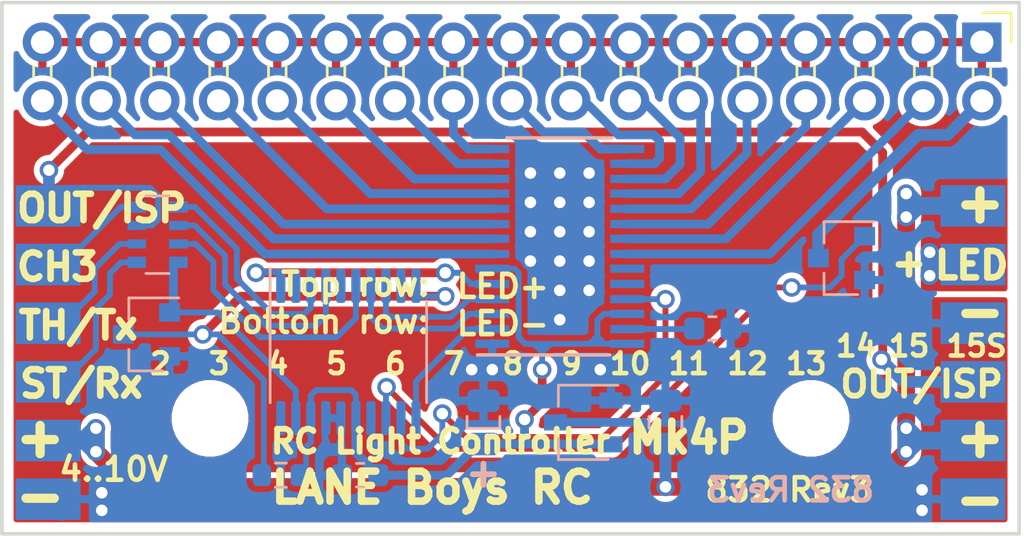
<source format=kicad_pcb>
(kicad_pcb (version 20171130) (host pcbnew 5.1.10-88a1d61d58~88~ubuntu18.04.1)
  (layers (0 Top signal) (31 Bottom signal) (34 B.Paste user) (35 F.Paste user hide) (36 B.SilkS user) (37 F.SilkS user) (38 B.Mask user hide) (39 F.Mask user hide) (44 Edge.Cuts user))
  (net 0 "")
  (net 1 +3V3)
  (net 2 GND)
  (net 3 /VIN)
  (net 4 /CH3)
  (net 5 /OUT0)
  (net 6 /OUT1)
  (net 7 /OUT2)
  (net 8 /OUT3)
  (net 9 /OUT4)
  (net 10 /OUT5)
  (net 11 /OUT6)
  (net 12 /OUT7)
  (net 13 /OUT8)
  (net 14 /LED+)
  (net 15 /OUT-ISP)
  (net 16 /ST-RX)
  (net 17 /TH-TX)
  (net 18 /ST-Rx-in)
  (net 19 /TH-Tx-in)
  (net 20 /CH3-in)
  (net 21 /OUT-ISP-out)
  (net 22 /BLANK)
  (net 23 /XLAT)
  (net 24 /SCLK)
  (net 25 /SIN)
  (net 26 /OUT9)
  (net 27 /OUT10)
  (net 28 /OUT11)
  (net 29 /OUT12)
  (net 30 /OUT13)
  (net 31 /OUT14)
  (net 32 /OUT15)
  (net 33 /GSCLK)
  (net 34 /OUT15S)
  (net 35 "Net-(R1-Pad1)")
  (net 36 /OUT15S_OUT)
  (net 37 "Net-(R2-Pad2)")
  (module Package_TO_SOT_SMD:SOT-23 (layer Bottom) (at 141.2484 105.364 180)
    (fp_text reference T1 hide)
    (fp_text value 2N7002K)
    (fp_line (start 0.76 -1.58) (end 0.76 -0.65) (layer B.SilkS) (width 0.12))
    (fp_line (start 0.76 1.58) (end 0.76 0.65) (layer B.SilkS) (width 0.12))
    (fp_line (start 0.76 1.58) (end -1.4 1.58) (layer B.SilkS) (width 0.12))
    (fp_line (start 0.76 -1.58) (end -0.7 -1.58) (layer B.SilkS) (width 0.12))
    (pad 3 smd rect (at 1 0 180) (size 0.9 0.8) (layers Bottom B.Paste B.Mask) (net 37 "Net-(R2-Pad2)"))
    (pad 2 smd rect (at -1 -0.95 180) (size 0.9 0.8) (layers Bottom B.Paste B.Mask) (net 2 GND))
    (pad 1 smd rect (at -1 0.95 180) (size 0.9 0.8) (layers Bottom B.Paste B.Mask) (net 16 /ST-RX))
  )
  (module Resistor_SMD:R_Array_Convex_4x0603 (layer Bottom) (at 141.731 101.046)
    (fp_text reference RN1 hide)
    (fp_text value "1k x4")
    (fp_line (start 0.5 1.68) (end -0.5 1.68) (layer B.SilkS) (width 0.12))
    (fp_line (start 0.5 -1.68) (end -0.5 -1.68) (layer B.SilkS) (width 0.12))
    (pad 5 smd rect (at 0.9 -1.2) (size 0.8 0.5) (layers Bottom B.Paste B.Mask) (net 4 /CH3))
    (pad 6 smd rect (at 0.9 -0.4) (size 0.8 0.4) (layers Bottom B.Paste B.Mask) (net 15 /OUT-ISP))
    (pad 8 smd rect (at 0.9 1.2) (size 0.8 0.5) (layers Bottom B.Paste B.Mask) (net 16 /ST-RX))
    (pad 7 smd rect (at 0.9 0.4) (size 0.8 0.4) (layers Bottom B.Paste B.Mask) (net 17 /TH-TX))
    (pad 4 smd rect (at -0.9 -1.2) (size 0.8 0.5) (layers Bottom B.Paste B.Mask) (net 20 /CH3-in))
    (pad 2 smd rect (at -0.9 0.4) (size 0.8 0.4) (layers Bottom B.Paste B.Mask) (net 19 /TH-Tx-in))
    (pad 3 smd rect (at -0.9 -0.4) (size 0.8 0.4) (layers Bottom B.Paste B.Mask) (net 21 /OUT-ISP-out))
    (pad 1 smd rect (at -0.9 1.2) (size 0.8 0.5) (layers Bottom B.Paste B.Mask) (net 18 /ST-Rx-in))
  )
  (module Resistor_SMD:R_0603_1608Metric (layer Bottom) (at 147.065 111.46 180)
    (fp_text reference R2 hide)
    (fp_text value 10k)
    (fp_line (start -0.237258 0.5225) (end 0.237258 0.5225) (layer B.SilkS) (width 0.12))
    (fp_line (start -0.237258 -0.5225) (end 0.237258 -0.5225) (layer B.SilkS) (width 0.12))
    (pad 2 smd roundrect (at 0.825 0 180) (size 0.8 0.95) (layers Bottom B.Paste B.Mask) (net 37 "Net-(R2-Pad2)"))
    (pad 1 smd roundrect (at -0.825 0 180) (size 0.8 0.95) (layers Bottom B.Paste B.Mask) (net 1 +3V3))
  )
  (module Package_SO:TSSOP-20_4.4x6.5mm_P0.65mm (layer Bottom) (at 149.986 106.126 270)
    (fp_text reference U1 hide)
    (fp_text value LPC832M101FDH20)
    (fp_line (start 0 3.385) (end -3.6 3.385) (layer B.SilkS) (width 0.12))
    (fp_line (start 0 3.385) (end 2.2 3.385) (layer B.SilkS) (width 0.12))
    (fp_line (start 0 -3.385) (end -2.2 -3.385) (layer B.SilkS) (width 0.12))
    (fp_line (start 0 -3.385) (end 2.2 -3.385) (layer B.SilkS) (width 0.12))
    (pad 20 smd roundrect (at 2.8625 2.925 270) (size 1.475 0.4) (layers Bottom B.Paste B.Mask))
    (pad 19 smd roundrect (at 2.8625 2.275 270) (size 1.475 0.4) (layers Bottom B.Paste B.Mask) (net 16 /ST-RX))
    (pad 18 smd roundrect (at 2.8625 1.625 270) (size 1.475 0.4) (layers Bottom B.Paste B.Mask) (net 1 +3V3))
    (pad 17 smd roundrect (at 2.8625 0.975 270) (size 1.475 0.4) (layers Bottom B.Paste B.Mask) (net 2 GND))
    (pad 16 smd roundrect (at 2.8625 0.325 270) (size 1.475 0.4) (layers Bottom B.Paste B.Mask) (net 2 GND))
    (pad 15 smd roundrect (at 2.8625 -0.325 270) (size 1.475 0.4) (layers Bottom B.Paste B.Mask) (net 1 +3V3))
    (pad 14 smd roundrect (at 2.8625 -0.975 270) (size 1.475 0.4) (layers Bottom B.Paste B.Mask))
    (pad 13 smd roundrect (at 2.8625 -1.625 270) (size 1.475 0.4) (layers Bottom B.Paste B.Mask) (net 34 /OUT15S))
    (pad 12 smd roundrect (at 2.8625 -2.275 270) (size 1.475 0.4) (layers Bottom B.Paste B.Mask) (net 33 /GSCLK))
    (pad 11 smd roundrect (at 2.8625 -2.925 270) (size 1.475 0.4) (layers Bottom B.Paste B.Mask) (net 22 /BLANK))
    (pad 10 smd roundrect (at -2.8625 -2.925 270) (size 1.475 0.4) (layers Bottom B.Paste B.Mask) (net 37 "Net-(R2-Pad2)"))
    (pad 9 smd roundrect (at -2.8625 -2.275 270) (size 1.475 0.4) (layers Bottom B.Paste B.Mask))
    (pad 8 smd roundrect (at -2.8625 -1.625 270) (size 1.475 0.4) (layers Bottom B.Paste B.Mask) (net 24 /SCLK))
    (pad 7 smd roundrect (at -2.8625 -0.975 270) (size 1.475 0.4) (layers Bottom B.Paste B.Mask) (net 23 /XLAT))
    (pad 6 smd roundrect (at -2.8625 -0.325 270) (size 1.475 0.4) (layers Bottom B.Paste B.Mask) (net 17 /TH-TX))
    (pad 5 smd roundrect (at -2.8625 0.325 270) (size 1.475 0.4) (layers Bottom B.Paste B.Mask))
    (pad 4 smd roundrect (at -2.8625 0.975 270) (size 1.475 0.4) (layers Bottom B.Paste B.Mask) (net 15 /OUT-ISP))
    (pad 3 smd roundrect (at -2.8625 1.625 270) (size 1.475 0.4) (layers Bottom B.Paste B.Mask) (net 4 /CH3))
    (pad 2 smd roundrect (at -2.8625 2.275 270) (size 1.475 0.4) (layers Bottom B.Paste B.Mask))
    (pad 1 smd roundrect (at -2.8625 2.925 270) (size 1.475 0.4) (layers Bottom B.Paste B.Mask) (net 25 /SIN))
  )
  (module rc-light-controller-tlc5940-lpc812:SOP65P640X120-29N (layer Bottom) (at 159.13 101.554)
    (fp_text reference U2 hide)
    (fp_text value TLC5940PWP)
    (fp_line (start -2.286 -4.699) (end 2.2606 -4.699) (layer B.SilkS) (width 0.1524))
    (fp_line (start 2.159 4.699) (end -3.556 4.699) (layer B.SilkS) (width 0.1524))
    (pad 1 smd rect (at -2.921 4.2164) (size 1.4732 0.3556) (layers Bottom B.Paste B.Mask) (net 2 GND))
    (pad 2 smd rect (at -2.921 3.5814) (size 1.4732 0.3556) (layers Bottom B.Paste B.Mask) (net 22 /BLANK))
    (pad 3 smd rect (at -2.921 2.921) (size 1.4732 0.3556) (layers Bottom B.Paste B.Mask) (net 23 /XLAT))
    (pad 4 smd rect (at -2.921 2.286) (size 1.4732 0.3556) (layers Bottom B.Paste B.Mask) (net 24 /SCLK))
    (pad 5 smd rect (at -2.921 1.6256) (size 1.4732 0.3556) (layers Bottom B.Paste B.Mask) (net 25 /SIN))
    (pad 6 smd rect (at -2.921 0.9652) (size 1.4732 0.3556) (layers Bottom B.Paste B.Mask) (net 1 +3V3))
    (pad 7 smd rect (at -2.921 0.3302) (size 1.4732 0.3556) (layers Bottom B.Paste B.Mask) (net 5 /OUT0))
    (pad 8 smd rect (at -2.921 -0.3302) (size 1.4732 0.3556) (layers Bottom B.Paste B.Mask) (net 6 /OUT1))
    (pad 9 smd rect (at -2.921 -0.9652) (size 1.4732 0.3556) (layers Bottom B.Paste B.Mask) (net 7 /OUT2))
    (pad 10 smd rect (at -2.921 -1.6256) (size 1.4732 0.3556) (layers Bottom B.Paste B.Mask) (net 8 /OUT3))
    (pad 11 smd rect (at -2.921 -2.286) (size 1.4732 0.3556) (layers Bottom B.Paste B.Mask) (net 9 /OUT4))
    (pad 12 smd rect (at -2.921 -2.921) (size 1.4732 0.3556) (layers Bottom B.Paste B.Mask) (net 10 /OUT5))
    (pad 13 smd rect (at -2.921 -3.5814) (size 1.4732 0.3556) (layers Bottom B.Paste B.Mask) (net 11 /OUT6))
    (pad 14 smd rect (at -2.921 -4.2164) (size 1.4732 0.3556) (layers Bottom B.Paste B.Mask) (net 12 /OUT7))
    (pad 15 smd rect (at 2.921 -4.2164) (size 1.4732 0.3556) (layers Bottom B.Paste B.Mask) (net 13 /OUT8))
    (pad 16 smd rect (at 2.921 -3.5814) (size 1.4732 0.3556) (layers Bottom B.Paste B.Mask) (net 26 /OUT9))
    (pad 17 smd rect (at 2.921 -2.921) (size 1.4732 0.3556) (layers Bottom B.Paste B.Mask) (net 27 /OUT10))
    (pad 18 smd rect (at 2.921 -2.286) (size 1.4732 0.3556) (layers Bottom B.Paste B.Mask) (net 28 /OUT11))
    (pad 19 smd rect (at 2.921 -1.6256) (size 1.4732 0.3556) (layers Bottom B.Paste B.Mask) (net 29 /OUT12))
    (pad 20 smd rect (at 2.921 -0.9652) (size 1.4732 0.3556) (layers Bottom B.Paste B.Mask) (net 30 /OUT13))
    (pad 21 smd rect (at 2.921 -0.3302) (size 1.4732 0.3556) (layers Bottom B.Paste B.Mask) (net 31 /OUT14))
    (pad 22 smd rect (at 2.921 0.3302) (size 1.4732 0.3556) (layers Bottom B.Paste B.Mask) (net 32 /OUT15))
    (pad 23 smd rect (at 2.921 0.9652) (size 1.4732 0.3556) (layers Bottom B.Paste B.Mask))
    (pad 24 smd rect (at 2.921 1.6256) (size 1.4732 0.3556) (layers Bottom B.Paste B.Mask))
    (pad 25 smd rect (at 2.921 2.286) (size 1.4732 0.3556) (layers Bottom B.Paste B.Mask) (net 33 /GSCLK))
    (pad 26 smd rect (at 2.921 2.921) (size 1.4732 0.3556) (layers Bottom B.Paste B.Mask) (net 1 +3V3))
    (pad 27 smd rect (at 2.921 3.5814) (size 1.4732 0.3556) (layers Bottom B.Paste B.Mask) (net 35 "Net-(R1-Pad1)"))
    (pad 28 smd rect (at 2.921 4.2164) (size 1.4732 0.3556) (layers Bottom B.Paste B.Mask) (net 1 +3V3))
    (pad 29 smd rect (at 0 0) (size 2.3876 6.1722) (layers Bottom B.Mask) (net 2 GND))
  )
  (module Package_TO_SOT_SMD:SOT-23W (layer Bottom) (at 160.146 109.174 180)
    (fp_text reference U3 hide)
    (fp_text value MCP1703A-3302_SOT23)
    (fp_line (start -1.075 -1.61) (end 1.075 -1.61) (layer B.SilkS) (width 0.12))
    (fp_line (start -1.5 1.61) (end 1.075 1.61) (layer B.SilkS) (width 0.12))
    (fp_line (start 1.075 -0.7) (end 1.075 -1.61) (layer B.SilkS) (width 0.12))
    (fp_line (start 1.075 1.61) (end 1.075 0.7) (layer B.SilkS) (width 0.12))
    (pad 3 smd rect (at 1.2 0 180) (size 1 0.7) (layers Bottom B.Paste B.Mask) (net 3 /VIN))
    (pad 2 smd rect (at -1.2 -0.95 180) (size 1 0.7) (layers Bottom B.Paste B.Mask) (net 1 +3V3))
    (pad 1 smd rect (at -1.2 0.95 180) (size 1 0.7) (layers Bottom B.Paste B.Mask) (net 2 GND))
  )
  (module Resistor_SMD:R_0603_1608Metric (layer Bottom) (at 165.734 105.11)
    (fp_text reference R1 hide)
    (fp_text value "2k 1%")
    (fp_line (start -0.162779 -0.51) (end 0.162779 -0.51) (layer B.SilkS) (width 0.12))
    (fp_line (start -0.162779 0.51) (end 0.162779 0.51) (layer B.SilkS) (width 0.12))
    (pad 2 smd roundrect (at 0.7875 0) (size 0.875 0.95) (layers Bottom B.Paste B.Mask) (net 2 GND))
    (pad 1 smd roundrect (at -0.7875 0) (size 0.875 0.95) (layers Bottom B.Paste B.Mask) (net 35 "Net-(R1-Pad1)"))
  )
  (module Capacitor_SMD:C_0603_1608Metric (layer Bottom) (at 150.494 111.46 180)
    (fp_text reference C3 hide)
    (fp_text value 100n)
    (fp_line (start -0.162779 0.51) (end 0.162779 0.51) (layer B.SilkS) (width 0.12))
    (fp_line (start -0.162779 -0.51) (end 0.162779 -0.51) (layer B.SilkS) (width 0.12))
    (pad 2 smd roundrect (at 0.7875 0 180) (size 0.875 0.95) (layers Bottom B.Paste B.Mask) (net 2 GND))
    (pad 1 smd roundrect (at -0.7875 0 180) (size 0.875 0.95) (layers Bottom B.Paste B.Mask) (net 1 +3V3))
  )
  (module Connector_PinHeader_2.54mm:PinHeader_2x17_P2.54mm_Horizontal (layer Top) (at 177.39 92.71 270)
    (fp_text reference J1 hide)
    (fp_text value "Pinheader right-angle 2x17" hide)
    (fp_line (start 1.11 -0.38) (end 1.497071 -0.38) (layer F.SilkS) (width 0.12))
    (fp_line (start 1.11 0.38) (end 1.497071 0.38) (layer F.SilkS) (width 0.12))
    (fp_line (start 1.042929 2.16) (end 1.497071 2.16) (layer F.SilkS) (width 0.12))
    (fp_line (start 1.042929 2.92) (end 1.497071 2.92) (layer F.SilkS) (width 0.12))
    (fp_line (start 1.042929 4.7) (end 1.497071 4.7) (layer F.SilkS) (width 0.12))
    (fp_line (start 1.042929 5.46) (end 1.497071 5.46) (layer F.SilkS) (width 0.12))
    (fp_line (start 1.042929 7.24) (end 1.497071 7.24) (layer F.SilkS) (width 0.12))
    (fp_line (start 1.042929 8) (end 1.497071 8) (layer F.SilkS) (width 0.12))
    (fp_line (start 1.042929 9.78) (end 1.497071 9.78) (layer F.SilkS) (width 0.12))
    (fp_line (start 1.042929 10.54) (end 1.497071 10.54) (layer F.SilkS) (width 0.12))
    (fp_line (start 1.042929 12.32) (end 1.497071 12.32) (layer F.SilkS) (width 0.12))
    (fp_line (start 1.042929 13.08) (end 1.497071 13.08) (layer F.SilkS) (width 0.12))
    (fp_line (start 1.042929 14.86) (end 1.497071 14.86) (layer F.SilkS) (width 0.12))
    (fp_line (start 1.042929 15.62) (end 1.497071 15.62) (layer F.SilkS) (width 0.12))
    (fp_line (start 1.042929 17.4) (end 1.497071 17.4) (layer F.SilkS) (width 0.12))
    (fp_line (start 1.042929 18.16) (end 1.497071 18.16) (layer F.SilkS) (width 0.12))
    (fp_line (start 1.042929 19.94) (end 1.497071 19.94) (layer F.SilkS) (width 0.12))
    (fp_line (start 1.042929 20.7) (end 1.497071 20.7) (layer F.SilkS) (width 0.12))
    (fp_line (start 1.042929 22.48) (end 1.497071 22.48) (layer F.SilkS) (width 0.12))
    (fp_line (start 1.042929 23.24) (end 1.497071 23.24) (layer F.SilkS) (width 0.12))
    (fp_line (start 1.042929 25.02) (end 1.497071 25.02) (layer F.SilkS) (width 0.12))
    (fp_line (start 1.042929 25.78) (end 1.497071 25.78) (layer F.SilkS) (width 0.12))
    (fp_line (start 1.042929 27.56) (end 1.497071 27.56) (layer F.SilkS) (width 0.12))
    (fp_line (start 1.042929 28.32) (end 1.497071 28.32) (layer F.SilkS) (width 0.12))
    (fp_line (start 1.042929 30.1) (end 1.497071 30.1) (layer F.SilkS) (width 0.12))
    (fp_line (start 1.042929 30.86) (end 1.497071 30.86) (layer F.SilkS) (width 0.12))
    (fp_line (start 1.042929 32.64) (end 1.497071 32.64) (layer F.SilkS) (width 0.12))
    (fp_line (start 1.042929 33.4) (end 1.497071 33.4) (layer F.SilkS) (width 0.12))
    (fp_line (start 1.042929 35.18) (end 1.497071 35.18) (layer F.SilkS) (width 0.12))
    (fp_line (start 1.042929 35.94) (end 1.497071 35.94) (layer F.SilkS) (width 0.12))
    (fp_line (start 1.042929 37.72) (end 1.497071 37.72) (layer F.SilkS) (width 0.12))
    (fp_line (start 1.042929 38.48) (end 1.497071 38.48) (layer F.SilkS) (width 0.12))
    (fp_line (start 1.042929 40.26) (end 1.497071 40.26) (layer F.SilkS) (width 0.12))
    (fp_line (start 1.042929 41.02) (end 1.497071 41.02) (layer F.SilkS) (width 0.12))
    (fp_line (start -1.27 0) (end -1.27 -1.27) (layer F.SilkS) (width 0.12))
    (fp_line (start -1.27 -1.27) (end 0 -1.27) (layer F.SilkS) (width 0.12))
    (pad 34 thru_hole oval (at 2.54 40.64 270) (size 1.7 1.7) (drill 1) (layers *.Cu *.Mask) (net 5 /OUT0))
    (pad 33 thru_hole oval (at 0 40.64 270) (size 1.7 1.7) (drill 1) (layers *.Cu *.Mask) (net 14 /LED+))
    (pad 32 thru_hole oval (at 2.54 38.1 270) (size 1.7 1.7) (drill 1) (layers *.Cu *.Mask) (net 6 /OUT1))
    (pad 31 thru_hole oval (at 0 38.1 270) (size 1.7 1.7) (drill 1) (layers *.Cu *.Mask) (net 14 /LED+))
    (pad 30 thru_hole oval (at 2.54 35.56 270) (size 1.7 1.7) (drill 1) (layers *.Cu *.Mask) (net 7 /OUT2))
    (pad 29 thru_hole oval (at 0 35.56 270) (size 1.7 1.7) (drill 1) (layers *.Cu *.Mask) (net 14 /LED+))
    (pad 28 thru_hole oval (at 2.54 33.02 270) (size 1.7 1.7) (drill 1) (layers *.Cu *.Mask) (net 8 /OUT3))
    (pad 27 thru_hole oval (at 0 33.02 270) (size 1.7 1.7) (drill 1) (layers *.Cu *.Mask) (net 14 /LED+))
    (pad 26 thru_hole oval (at 2.54 30.48 270) (size 1.7 1.7) (drill 1) (layers *.Cu *.Mask) (net 9 /OUT4))
    (pad 25 thru_hole oval (at 0 30.48 270) (size 1.7 1.7) (drill 1) (layers *.Cu *.Mask) (net 14 /LED+))
    (pad 24 thru_hole oval (at 2.54 27.94 270) (size 1.7 1.7) (drill 1) (layers *.Cu *.Mask) (net 10 /OUT5))
    (pad 23 thru_hole oval (at 0 27.94 270) (size 1.7 1.7) (drill 1) (layers *.Cu *.Mask) (net 14 /LED+))
    (pad 22 thru_hole oval (at 2.54 25.4 270) (size 1.7 1.7) (drill 1) (layers *.Cu *.Mask) (net 11 /OUT6))
    (pad 21 thru_hole oval (at 0 25.4 270) (size 1.7 1.7) (drill 1) (layers *.Cu *.Mask) (net 14 /LED+))
    (pad 20 thru_hole oval (at 2.54 22.86 270) (size 1.7 1.7) (drill 1) (layers *.Cu *.Mask) (net 12 /OUT7))
    (pad 19 thru_hole oval (at 0 22.86 270) (size 1.7 1.7) (drill 1) (layers *.Cu *.Mask) (net 14 /LED+))
    (pad 18 thru_hole oval (at 2.54 20.32 270) (size 1.7 1.7) (drill 1) (layers *.Cu *.Mask) (net 13 /OUT8))
    (pad 17 thru_hole oval (at 0 20.32 270) (size 1.7 1.7) (drill 1) (layers *.Cu *.Mask) (net 14 /LED+))
    (pad 16 thru_hole oval (at 2.54 17.78 270) (size 1.7 1.7) (drill 1) (layers *.Cu *.Mask) (net 26 /OUT9))
    (pad 15 thru_hole oval (at 0 17.78 270) (size 1.7 1.7) (drill 1) (layers *.Cu *.Mask) (net 14 /LED+))
    (pad 14 thru_hole oval (at 2.54 15.24 270) (size 1.7 1.7) (drill 1) (layers *.Cu *.Mask) (net 27 /OUT10))
    (pad 13 thru_hole oval (at 0 15.24 270) (size 1.7 1.7) (drill 1) (layers *.Cu *.Mask) (net 14 /LED+))
    (pad 12 thru_hole oval (at 2.54 12.7 270) (size 1.7 1.7) (drill 1) (layers *.Cu *.Mask) (net 28 /OUT11))
    (pad 11 thru_hole oval (at 0 12.7 270) (size 1.7 1.7) (drill 1) (layers *.Cu *.Mask) (net 14 /LED+))
    (pad 10 thru_hole oval (at 2.54 10.16 270) (size 1.7 1.7) (drill 1) (layers *.Cu *.Mask) (net 29 /OUT12))
    (pad 9 thru_hole oval (at 0 10.16 270) (size 1.7 1.7) (drill 1) (layers *.Cu *.Mask) (net 14 /LED+))
    (pad 8 thru_hole oval (at 2.54 7.62 270) (size 1.7 1.7) (drill 1) (layers *.Cu *.Mask) (net 30 /OUT13))
    (pad 7 thru_hole oval (at 0 7.62 270) (size 1.7 1.7) (drill 1) (layers *.Cu *.Mask) (net 14 /LED+))
    (pad 6 thru_hole oval (at 2.54 5.08 270) (size 1.7 1.7) (drill 1) (layers *.Cu *.Mask) (net 31 /OUT14))
    (pad 5 thru_hole oval (at 0 5.08 270) (size 1.7 1.7) (drill 1) (layers *.Cu *.Mask) (net 14 /LED+))
    (pad 4 thru_hole oval (at 2.54 2.54 270) (size 1.7 1.7) (drill 1) (layers *.Cu *.Mask) (net 32 /OUT15))
    (pad 3 thru_hole oval (at 0 2.54 270) (size 1.7 1.7) (drill 1) (layers *.Cu *.Mask) (net 14 /LED+))
    (pad 2 thru_hole oval (at 2.54 0 270) (size 1.7 1.7) (drill 1) (layers *.Cu *.Mask) (net 36 /OUT15S_OUT))
    (pad 1 thru_hole rect (at 0 0 270) (size 1.7 1.7) (drill 1) (layers *.Cu *.Mask) (net 14 /LED+))
  )
  (module Package_TO_SOT_SMD:SOT-23 (layer Bottom) (at 171.322 102.062 180)
    (fp_text reference T9 hide)
    (fp_text value PMV30UN)
    (fp_line (start 0.76 -1.58) (end -0.7 -1.58) (layer B.SilkS) (width 0.12))
    (fp_line (start 0.76 1.58) (end -1.4 1.58) (layer B.SilkS) (width 0.12))
    (fp_line (start 0.76 1.58) (end 0.76 0.65) (layer B.SilkS) (width 0.12))
    (fp_line (start 0.76 -1.58) (end 0.76 -0.65) (layer B.SilkS) (width 0.12))
    (pad 3 smd rect (at 1 0 180) (size 0.9 0.8) (layers Bottom B.Paste B.Mask) (net 36 /OUT15S_OUT))
    (pad 2 smd rect (at -1 -0.95 180) (size 0.9 0.8) (layers Bottom B.Paste B.Mask) (net 2 GND))
    (pad 1 smd rect (at -1 0.95 180) (size 0.9 0.8) (layers Bottom B.Paste B.Mask) (net 34 /OUT15S))
  )
  (module MountingHole:MountingHole_2.2mm_M2_ISO14580 (layer Top) (at 170 109)
    (fp_text reference H2 hide)
    (fp_text value MountingHole hide)
    (pad "" np_thru_hole circle (at 0 0) (size 1.8 1.8) (drill 1.8) (layers *.Cu *.Mask) (clearance 0.762))
  )
  (module MountingHole:MountingHole_2.2mm_M2_ISO14580 (layer Top) (at 144 109)
    (fp_text reference H1 hide)
    (fp_text value MountingHole hide)
    (pad "" np_thru_hole circle (at 0 0) (size 1.8 1.8) (drill 1.8) (layers *.Cu *.Mask) (clearance 0.762))
  )
  (module rc-light-controller-tlc5940-lpc812:PinHeader_1x06_P2.54mm_Flat (layer Bottom) (at 177 112.5 90)
    (fp_text reference J3 hide)
    (fp_text value "Pinheader straight 1x06" hide)
    (pad 6 smd rect (at 12.7 0 90) (size 1.8 2.8) (layers Bottom B.Mask) (net 3 /VIN))
    (pad 5 smd rect (at 10.16 0 90) (size 1.8 2.8) (layers Bottom B.Mask) (net 14 /LED+))
    (pad 4 smd rect (at 7.62 0 90) (size 1.8 2.8) (layers Bottom B.Mask) (net 2 GND))
    (pad 3 smd rect (at 5.08 0 90) (size 1.8 2.8) (layers Bottom B.Mask) (net 21 /OUT-ISP-out))
    (pad 2 smd rect (at 2.54 0 90) (size 1.8 2.8) (layers Bottom B.Mask) (net 3 /VIN))
    (pad 1 smd rect (at 0 0 90) (size 1.8 2.8) (layers Bottom B.Mask) (net 2 GND))
  )
  (module rc-light-controller-tlc5940-lpc812:PinHeader_1x06_P2.54mm_Flat (layer Bottom) (at 137 112.5 90)
    (fp_text reference J2 hide)
    (fp_text value "Pinheader straight 1x06" hide)
    (pad 6 smd rect (at 12.7 0 90) (size 1.8 2.8) (layers Bottom B.Mask) (net 21 /OUT-ISP-out))
    (pad 5 smd rect (at 10.16 0 90) (size 1.8 2.8) (layers Bottom B.Mask) (net 20 /CH3-in))
    (pad 4 smd rect (at 7.62 0 90) (size 1.8 2.8) (layers Bottom B.Mask) (net 19 /TH-Tx-in))
    (pad 3 smd rect (at 5.08 0 90) (size 1.8 2.8) (layers Bottom B.Mask) (net 18 /ST-Rx-in))
    (pad 2 smd rect (at 2.54 0 90) (size 1.8 2.8) (layers Bottom B.Mask) (net 3 /VIN))
    (pad 1 smd rect (at 0 0 90) (size 1.8 2.8) (layers Bottom B.Mask) (net 2 GND))
  )
  (module Capacitor_SMD:C_0805_2012Metric (layer Bottom) (at 155.828 109.174 90)
    (fp_text reference C2 hide)
    (fp_text value 47u/6V3)
    (fp_line (start -0.254 0.7112) (end -0.254 -0.7112) (layer B.SilkS) (width 0.12))
    (fp_line (start -0.258578 -0.71) (end 0.258578 -0.71) (layer B.SilkS) (width 0.12))
    (fp_line (start -0.258578 0.71) (end 0.258578 0.71) (layer B.SilkS) (width 0.12))
    (pad 1 smd roundrect (at -0.9375 0 90) (size 0.975 1.4) (layers Bottom B.Paste B.Mask) (net 1 +3V3))
    (pad 2 smd roundrect (at 0.9375 0 90) (size 0.975 1.4) (layers Bottom B.Paste B.Mask) (net 2 GND))
  )
  (module Capacitor_SMD:C_0805_2012Metric (layer Bottom) (at 163.702 109.174 90)
    (fp_text reference C1 hide)
    (fp_text value 1u/16V)
    (fp_line (start -0.258578 -0.71) (end 0.258578 -0.71) (layer B.SilkS) (width 0.12))
    (fp_line (start -0.258578 0.71) (end 0.258578 0.71) (layer B.SilkS) (width 0.12))
    (pad 1 smd roundrect (at -0.9375 0 90) (size 0.975 1.4) (layers Bottom B.Paste B.Mask) (net 3 /VIN))
    (pad 2 smd roundrect (at 0.9375 0 90) (size 0.975 1.4) (layers Bottom B.Paste B.Mask) (net 2 GND))
  )
  (gr_text "832 Rev3" (at 169.036 112.095) (layer F.SilkS) (effects (font (size 1 1) (thickness 0.2))))
  (gr_text Mk4P (at 164.718 109.8344) (layer F.SilkS) (effects (font (size 1.3 1.3) (thickness 0.325))))
  (gr_text 7 (at 154.558 106.634) (layer F.SilkS) (effects (font (size 0.9 0.9) (thickness 0.2))))
  (gr_text 4..10V (at 139.826 111.206) (layer F.SilkS) (effects (font (size 1 1) (thickness 0.2))))
  (gr_text + (at 175.132 102.2525) (layer F.SilkS) (effects (font (size 1.143 1.143) (thickness 0.28575)) (justify right)))
  (gr_text 8 (at 157.098 106.634) (layer F.SilkS) (effects (font (size 0.9 0.9) (thickness 0.2))))
  (gr_text 15S (at 177.164 105.872) (layer F.SilkS) (effects (font (size 0.9 0.9) (thickness 0.2))))
  (gr_text 15 (at 174.243 105.872) (layer F.SilkS) (effects (font (size 0.9 0.9) (thickness 0.2))))
  (gr_text 14 (at 171.957 105.872) (layer F.SilkS) (effects (font (size 0.9 0.9) (thickness 0.2))))
  (gr_text 13 (at 169.798 106.634) (layer F.SilkS) (effects (font (size 0.9 0.9) (thickness 0.2))))
  (gr_text 12 (at 167.258 106.634) (layer F.SilkS) (effects (font (size 0.9 0.9) (thickness 0.2))))
  (gr_text 11 (at 164.718 106.634) (layer F.SilkS) (effects (font (size 0.9 0.9) (thickness 0.2))))
  (gr_text 10 (at 162.178 106.634) (layer F.SilkS) (effects (font (size 0.9 0.9) (thickness 0.2))))
  (gr_text 9 (at 159.638 106.634) (layer F.SilkS) (effects (font (size 0.9 0.9) (thickness 0.2))))
  (gr_text "Top row:\nBottom row:" (at 153.6055 104) (layer F.SilkS) (effects (font (size 1 1) (thickness 0.2)) (justify right)))
  (gr_text + (at 155.828 111.333) (layer B.SilkS) (effects (font (size 1.2 1.2) (thickness 0.25)) (justify mirror)))
  (gr_text "LED+\nLED-" (at 154.558 104.094) (layer F.SilkS) (effects (font (size 1 1) (thickness 0.2)) (justify left)))
  (gr_text OUT/ISP (at 178.434 107.523) (layer F.SilkS) (effects (font (size 1.1 1.1) (thickness 0.25)) (justify right)))
  (gr_text LED (at 178.688 102.3795) (layer F.SilkS) (effects (font (size 1.143 1.143) (thickness 0.28575)) (justify right)))
  (gr_text + (at 136.651 109.809) (layer F.SilkS) (effects (font (size 1.6 1.6) (thickness 0.4))))
  (gr_text - (at 136.651 112.349) (layer F.SilkS) (effects (font (size 1.6 1.6) (thickness 0.4))))
  (gr_text - (at 178.561 104.348) (layer F.SilkS) (effects (font (size 1.6 1.6) (thickness 0.4)) (justify right)))
  (gr_text + (at 178.561 109.809) (layer F.SilkS) (effects (font (size 1.6 1.6) (thickness 0.4)) (justify right)))
  (gr_text "832 Rev3" (at 172.846 112.095) (layer B.SilkS) (effects (font (size 1 1) (thickness 0.2)) (justify left mirror)))
  (gr_text "RC Light Controller" (at 146.5 110) (layer F.SilkS) (effects (font (size 1 1) (thickness 0.25)) (justify left)))
  (gr_text "LANE Boys RC" (at 146.5 112) (layer F.SilkS) (effects (font (size 1.3 1.3) (thickness 0.325)) (justify left)))
  (gr_text 4 (at 146.938 106.634) (layer F.SilkS) (effects (font (size 0.9 0.9) (thickness 0.2))))
  (gr_text 5 (at 149.478 106.634) (layer F.SilkS) (effects (font (size 0.9 0.9) (thickness 0.2))))
  (gr_text 3 (at 144.398 106.634) (layer F.SilkS) (effects (font (size 0.9 0.9) (thickness 0.2))))
  (gr_text 2 (at 141.858 106.634) (layer F.SilkS) (effects (font (size 0.9 0.9) (thickness 0.2))))
  (gr_text 6 (at 152.018 106.634) (layer F.SilkS) (effects (font (size 0.9 0.9) (thickness 0.2))))
  (gr_text - (at 178.561 112.476) (layer F.SilkS) (effects (font (size 1.6 1.6) (thickness 0.4)) (justify right)))
  (gr_text + (at 178.561 99.649) (layer F.SilkS) (effects (font (size 1.6 1.6) (thickness 0.4)) (justify right)))
  (gr_text ST/Rx (at 135.635 107.5) (layer F.SilkS) (effects (font (size 1.143 1.143) (thickness 0.28575)) (justify left)))
  (gr_text TH/Tx (at 138.302 104.983) (layer F.SilkS) (effects (font (size 1.143 1.143) (thickness 0.28575))))
  (gr_text CH3 (at 135.5 102.443) (layer F.SilkS) (effects (font (size 1.143 1.143) (thickness 0.28575)) (justify left)))
  (gr_text OUT/ISP (at 135.508 99.903) (layer F.SilkS) (effects (font (size 1.143 1.143) (thickness 0.28575)) (justify left)))
  (gr_line (start 135.0011 91) (end 135.0011 114) (layer Edge.Cuts) (width 0.15))
  (gr_line (start 135.0011 114) (end 179 114) (layer Edge.Cuts) (width 0.15))
  (gr_line (start 179 114) (end 179 91) (layer Edge.Cuts) (width 0.15))
  (gr_line (start 179 91) (end 135.0011 91) (layer Edge.Cuts) (width 0.15))
  (segment (start 150.311 110.4895) (end 151.2815 111.46) (width 0.381) (layer Bottom) (net 1))
  (segment (start 150.311 108.9885) (end 150.311 110.4895) (width 0.381) (layer Bottom) (net 1))
  (segment (start 155.8303 110.1138) (end 155.828 110.1115) (width 0.381) (layer Bottom) (net 1))
  (segment (start 162.051 104.475) (end 161.035 104.475) (width 0.254) (layer Bottom) (net 1))
  (segment (start 161.035 104.475) (end 160.7556 104.7544) (width 0.254) (layer Bottom) (net 1))
  (segment (start 161.3398 110.1138) (end 155.8303 110.1138) (width 0.381) (layer Bottom) (net 1))
  (via (at 158.368 106.888) (size 0.8) (drill 0.5) (layers Top Bottom) (net 1))
  (segment (start 158.368 106.888) (end 158.368 106.761) (width 0.254) (layer Bottom) (net 1))
  (segment (start 158.368 105.7958) (end 158.3426 105.7704) (width 0.254) (layer Bottom) (net 1))
  (segment (start 157.606 109.047) (end 157.606 110.063) (width 0.381) (layer Bottom) (net 1))
  (via (at 157.606 109.047) (size 0.8) (drill 0.5) (layers Top Bottom) (net 1))
  (segment (start 158.368 106.126) (end 158.7236 105.7704) (width 0.254) (layer Bottom) (net 1))
  (segment (start 158.7236 105.7704) (end 158.3426 105.7704) (width 0.254) (layer Bottom) (net 1))
  (segment (start 158.368 106.126) (end 158.368 105.7958) (width 0.254) (layer Bottom) (net 1))
  (segment (start 158.368 106.888) (end 158.368 106.126) (width 0.254) (layer Bottom) (net 1))
  (segment (start 158.368 106.126) (end 158.0124 105.7704) (width 0.254) (layer Bottom) (net 1))
  (segment (start 158.3426 105.7704) (end 158.0124 105.7704) (width 0.254) (layer Bottom) (net 1))
  (segment (start 160.7556 105.3386) (end 160.7556 105.4402) (width 0.254) (layer Bottom) (net 1))
  (segment (start 160.4254 105.7704) (end 158.7236 105.7704) (width 0.254) (layer Bottom) (net 1))
  (segment (start 160.7556 105.3386) (end 160.7556 105.7704) (width 0.254) (layer Bottom) (net 1))
  (segment (start 160.7556 105.4402) (end 160.4254 105.7704) (width 0.254) (layer Bottom) (net 1))
  (segment (start 160.7556 105.7704) (end 160.4254 105.7704) (width 0.254) (layer Bottom) (net 1))
  (segment (start 160.7556 104.7544) (end 160.7556 105.3386) (width 0.254) (layer Bottom) (net 1))
  (segment (start 160.7556 105.4656) (end 161.0604 105.7704) (width 0.254) (layer Bottom) (net 1))
  (segment (start 160.7556 105.4402) (end 160.7556 105.4656) (width 0.254) (layer Bottom) (net 1))
  (segment (start 162.051 105.7704) (end 161.0604 105.7704) (width 0.254) (layer Bottom) (net 1))
  (segment (start 161.0604 105.7704) (end 160.7556 105.7704) (width 0.254) (layer Bottom) (net 1))
  (segment (start 157.352 102.697) (end 157.1742 102.5192) (width 0.254) (layer Bottom) (net 1))
  (segment (start 157.352 105.491) (end 157.352 102.697) (width 0.254) (layer Bottom) (net 1))
  (segment (start 157.1742 102.5192) (end 156.209 102.5192) (width 0.254) (layer Bottom) (net 1))
  (segment (start 158.0124 105.7704) (end 157.6314 105.7704) (width 0.254) (layer Bottom) (net 1))
  (segment (start 157.6314 105.7704) (end 157.352 105.491) (width 0.254) (layer Bottom) (net 1))
  (segment (start 158.368 108.285) (end 158.368 106.888) (width 0.381) (layer Top) (net 1))
  (segment (start 157.606 109.047) (end 158.368 108.285) (width 0.381) (layer Top) (net 1))
  (segment (start 148.361 108.9885) (end 148.361 108.692) (width 0.254) (layer Bottom) (net 1))
  (segment (start 148.361 108.9885) (end 148.361 108.005) (width 0.254) (layer Bottom) (net 1))
  (segment (start 148.361 108.005) (end 148.589 107.777) (width 0.254) (layer Bottom) (net 1))
  (segment (start 148.589 107.777) (end 150.113 107.777) (width 0.254) (layer Bottom) (net 1))
  (segment (start 150.311 107.975) (end 150.311 108.9885) (width 0.254) (layer Bottom) (net 1))
  (segment (start 150.113 107.777) (end 150.311 107.975) (width 0.254) (layer Bottom) (net 1))
  (segment (start 155.6017 110.1115) (end 155.828 110.1115) (width 0.381) (layer Bottom) (net 1))
  (segment (start 151.2815 111.46) (end 154.2532 111.46) (width 0.381) (layer Bottom) (net 1))
  (segment (start 154.2532 111.46) (end 155.6017 110.1115) (width 0.381) (layer Bottom) (net 1))
  (segment (start 148.1572 111.1928) (end 147.89 111.46) (width 0.254) (layer Bottom) (net 1))
  (segment (start 148.361 108.9885) (end 148.361 110.037) (width 0.254) (layer Bottom) (net 1))
  (segment (start 148.1572 110.2408) (end 148.1572 111.1928) (width 0.254) (layer Bottom) (net 1))
  (segment (start 148.361 110.037) (end 148.1572 110.2408) (width 0.254) (layer Bottom) (net 1))
  (via (at 159.13 103.459) (size 0.8) (drill 0.5) (layers Top Bottom) (net 2))
  (via (at 159.13 102.189) (size 0.8) (drill 0.5) (layers Top Bottom) (net 2))
  (via (at 159.13 100.919) (size 0.8) (drill 0.5) (layers Top Bottom) (net 2))
  (via (at 159.13 99.649) (size 0.8) (drill 0.5) (layers Top Bottom) (net 2))
  (segment (start 137.151 112.349) (end 137 112.5) (width 0.762) (layer Bottom) (net 2))
  (segment (start 137.611 113.111) (end 137 112.5) (width 0.635) (layer Bottom) (net 2))
  (segment (start 137.77 112.5) (end 137 112.5) (width 0.635) (layer Bottom) (net 2))
  (via (at 139.318 112.222) (size 0.8) (drill 0.5) (layers Top Bottom) (net 2))
  (via (at 139.318 112.984) (size 0.8) (drill 0.5) (layers Top Bottom) (net 2))
  (via (at 174.8018 112.984) (size 0.8) (drill 0.5) (layers Top Bottom) (net 2))
  (via (at 174.8018 112.095) (size 0.8) (drill 0.5) (layers Top Bottom) (net 2))
  (via (at 157.86 99.649) (size 0.8) (drill 0.5) (layers Top Bottom) (net 2))
  (via (at 160.4 99.649) (size 0.8) (drill 0.5) (layers Top Bottom) (net 2))
  (via (at 160.4 100.919) (size 0.8) (drill 0.5) (layers Top Bottom) (net 2))
  (via (at 160.4 102.189) (size 0.8) (drill 0.5) (layers Top Bottom) (net 2))
  (via (at 157.86 102.189) (size 0.8) (drill 0.5) (layers Top Bottom) (net 2))
  (via (at 159.13 98.379) (size 0.8) (drill 0.5) (layers Top Bottom) (net 2))
  (via (at 160.4 98.379) (size 0.8) (drill 0.5) (layers Top Bottom) (net 2))
  (via (at 157.86 98.379) (size 0.8) (drill 0.5) (layers Top Bottom) (net 2))
  (via (at 157.86 100.919) (size 0.8) (drill 0.5) (layers Top Bottom) (net 2))
  (via (at 160.4 103.459) (size 0.8) (drill 0.5) (layers Top Bottom) (net 2))
  (via (at 159.13 104.729) (size 0.8) (drill 0.5) (layers Top Bottom) (net 2))
  (via (at 156.209 106.888) (size 0.8) (drill 0.5) (layers Top Bottom) (net 2))
  (via (at 155.32 106.888) (size 0.8) (drill 0.5) (layers Top Bottom) (net 2))
  (via (at 160.8826 106.888) (size 0.8) (drill 0.5) (layers Top Bottom) (net 2))
  (via (at 139.064 110.444) (size 0.8) (drill 0.5) (layers Top Bottom) (net 3))
  (via (at 139.064 109.428) (size 0.8) (drill 0.5) (layers Top Bottom) (net 3))
  (segment (start 140.588 111.968) (end 139.064 110.444) (width 0.762) (layer Top) (net 3))
  (via (at 163.702 111.968) (size 0.8) (drill 0.5) (layers Top Bottom) (net 3))
  (segment (start 163.702 111.968) (end 140.588 111.968) (width 0.762) (layer Top) (net 3))
  (segment (start 162.7645 109.174) (end 163.702 110.1115) (width 0.381) (layer Bottom) (net 3))
  (segment (start 158.9522 109.174) (end 162.7645 109.174) (width 0.381) (layer Bottom) (net 3))
  (segment (start 163.702 111.968) (end 163.702 110.1115) (width 0.508) (layer Bottom) (net 3))
  (via (at 174.116 110.444) (size 0.8) (drill 0.5) (layers Top Bottom) (net 3))
  (via (at 174.116 100.284) (size 0.8) (drill 0.5) (layers Top Bottom) (net 3))
  (via (at 174.116 109.428) (size 0.8) (drill 0.5) (layers Top Bottom) (net 3))
  (via (at 174.116 99.268) (size 0.8) (drill 0.5) (layers Top Bottom) (net 3))
  (segment (start 174.648 99.8) (end 174.116 99.268) (width 0.762) (layer Bottom) (net 3))
  (segment (start 177 99.8) (end 174.648 99.8) (width 0.762) (layer Bottom) (net 3))
  (segment (start 174.6 99.8) (end 174.116 100.284) (width 0.762) (layer Bottom) (net 3))
  (segment (start 177 99.8) (end 174.6 99.8) (width 0.762) (layer Bottom) (net 3))
  (segment (start 174.648 109.96) (end 174.116 109.428) (width 0.762) (layer Bottom) (net 3))
  (segment (start 177 109.96) (end 174.648 109.96) (width 0.762) (layer Bottom) (net 3))
  (segment (start 174.6 109.96) (end 174.116 110.444) (width 0.762) (layer Bottom) (net 3))
  (segment (start 177 109.96) (end 174.6 109.96) (width 0.762) (layer Bottom) (net 3))
  (segment (start 172.592 111.968) (end 163.702 111.968) (width 0.762) (layer Top) (net 3))
  (segment (start 174.116 110.444) (end 172.592 111.968) (width 0.762) (layer Top) (net 3))
  (segment (start 139.064 110.444) (end 139.064 109.682) (width 0.762) (layer Bottom) (net 3))
  (segment (start 138.532 109.96) (end 139.064 109.428) (width 0.762) (layer Bottom) (net 3))
  (segment (start 137 109.96) (end 138.532 109.96) (width 0.762) (layer Bottom) (net 3))
  (segment (start 138.58 109.96) (end 139.064 110.444) (width 0.762) (layer Bottom) (net 3))
  (segment (start 137 109.96) (end 138.58 109.96) (width 0.762) (layer Bottom) (net 3))
  (segment (start 139.064 110.444) (end 139.064 109.428) (width 0.762) (layer Top) (net 3))
  (segment (start 174.116 110.444) (end 174.116 108.92) (width 0.762) (layer Top) (net 3))
  (segment (start 174.116 108.92) (end 174.116 109.428) (width 0.762) (layer Top) (net 3))
  (segment (start 174.116 110.444) (end 174.116 109.428) (width 0.762) (layer Bottom) (net 3))
  (segment (start 174.116 100.284) (end 174.116 99.268) (width 0.762) (layer Bottom) (net 3))
  (segment (start 174.116 99.268) (end 174.116 101.046) (width 0.762) (layer Top) (net 3))
  (segment (start 174.116 100.284) (end 174.116 101.046) (width 0.762) (layer Top) (net 3))
  (segment (start 174.116 101.046) (end 174.116 108.92) (width 0.762) (layer Top) (net 3))
  (segment (start 148.361 104.195) (end 148.081 104.475) (width 0.254) (layer Bottom) (net 4))
  (segment (start 148.361 103.2635) (end 148.361 104.195) (width 0.254) (layer Bottom) (net 4))
  (segment (start 143.3504 99.846) (end 142.631 99.846) (width 0.254) (layer Bottom) (net 4))
  (segment (start 148.081 104.475) (end 146.684 104.475) (width 0.254) (layer Bottom) (net 4))
  (segment (start 146.684 104.475) (end 145.16 102.951) (width 0.254) (layer Bottom) (net 4))
  (segment (start 145.16 102.951) (end 145.16 101.6556) (width 0.254) (layer Bottom) (net 4))
  (segment (start 145.16 101.6556) (end 143.3504 99.846) (width 0.254) (layer Bottom) (net 4))
  (segment (start 141.858 97.363) (end 146.3792 101.8842) (width 0.381) (layer Bottom) (net 5))
  (segment (start 146.3792 101.8842) (end 156.209 101.8842) (width 0.381) (layer Bottom) (net 5))
  (segment (start 138.683 97.363) (end 141.858 97.363) (width 0.381) (layer Bottom) (net 5))
  (segment (start 136.75 95.25) (end 136.75 95.43) (width 0.381) (layer Bottom) (net 5))
  (segment (start 136.75 95.43) (end 138.683 97.363) (width 0.381) (layer Bottom) (net 5))
  (segment (start 142.239 96.728) (end 140.768 96.728) (width 0.381) (layer Bottom) (net 6))
  (segment (start 156.209 101.2238) (end 146.7348 101.2238) (width 0.381) (layer Bottom) (net 6))
  (segment (start 140.768 96.728) (end 139.29 95.25) (width 0.381) (layer Bottom) (net 6))
  (segment (start 146.7348 101.2238) (end 142.239 96.728) (width 0.381) (layer Bottom) (net 6))
  (segment (start 147.1688 100.5888) (end 141.83 95.25) (width 0.381) (layer Bottom) (net 7))
  (segment (start 156.209 100.5888) (end 147.1688 100.5888) (width 0.381) (layer Bottom) (net 7))
  (segment (start 149.0484 99.9284) (end 144.37 95.25) (width 0.381) (layer Bottom) (net 8))
  (segment (start 156.209 99.9284) (end 149.0484 99.9284) (width 0.381) (layer Bottom) (net 8))
  (segment (start 150.928 99.268) (end 146.91 95.25) (width 0.381) (layer Bottom) (net 9))
  (segment (start 156.209 99.268) (end 150.928 99.268) (width 0.381) (layer Bottom) (net 9))
  (segment (start 152.833 98.633) (end 149.45 95.25) (width 0.381) (layer Bottom) (net 10))
  (segment (start 156.209 98.633) (end 152.833 98.633) (width 0.381) (layer Bottom) (net 10))
  (segment (start 154.7126 97.9726) (end 151.99 95.25) (width 0.381) (layer Bottom) (net 11))
  (segment (start 156.209 97.9726) (end 154.7126 97.9726) (width 0.381) (layer Bottom) (net 11))
  (segment (start 156.209 97.3376) (end 155.1676 97.3376) (width 0.381) (layer Bottom) (net 12))
  (segment (start 154.53 96.7) (end 154.53 95.25) (width 0.381) (layer Bottom) (net 12))
  (segment (start 155.1676 97.3376) (end 154.53 96.7) (width 0.381) (layer Bottom) (net 12))
  (segment (start 158.421 96.601) (end 157.07 95.25) (width 0.381) (layer Bottom) (net 13))
  (segment (start 160.146 96.601) (end 158.421 96.601) (width 0.381) (layer Bottom) (net 13))
  (segment (start 162.051 97.3376) (end 160.8826 97.3376) (width 0.381) (layer Bottom) (net 13))
  (segment (start 160.8826 97.3376) (end 160.146 96.601) (width 0.381) (layer Bottom) (net 13))
  (via (at 175.132 101.808) (size 0.8) (drill 0.5) (layers Top Bottom) (net 14))
  (via (at 175.132 102.824) (size 0.8) (drill 0.5) (layers Top Bottom) (net 14))
  (segment (start 175.664 102.34) (end 175.132 101.808) (width 0.762) (layer Bottom) (net 14))
  (segment (start 177 102.34) (end 175.664 102.34) (width 0.762) (layer Bottom) (net 14))
  (segment (start 175.616 102.34) (end 175.132 102.824) (width 0.762) (layer Bottom) (net 14))
  (segment (start 177 102.34) (end 175.616 102.34) (width 0.762) (layer Bottom) (net 14))
  (segment (start 175.132 102.824) (end 175.132 101.808) (width 0.762) (layer Bottom) (net 14))
  (segment (start 143.3376 100.646) (end 142.631 100.646) (width 0.254) (layer Bottom) (net 15))
  (segment (start 149.011 104.561) (end 148.589 104.983) (width 0.254) (layer Bottom) (net 15))
  (segment (start 149.011 103.2635) (end 149.011 104.561) (width 0.254) (layer Bottom) (net 15))
  (segment (start 148.589 104.983) (end 146.43 104.983) (width 0.254) (layer Bottom) (net 15))
  (segment (start 146.43 104.983) (end 144.652 103.205) (width 0.254) (layer Bottom) (net 15))
  (segment (start 144.652 103.205) (end 144.652 101.9604) (width 0.254) (layer Bottom) (net 15))
  (segment (start 144.652 101.9604) (end 143.3376 100.646) (width 0.254) (layer Bottom) (net 15))
  (segment (start 147.711 107.788) (end 147.711 108.9885) (width 0.254) (layer Bottom) (net 16))
  (segment (start 142.223 104.414) (end 144.337 104.414) (width 0.254) (layer Bottom) (net 16))
  (segment (start 144.337 104.414) (end 147.711 107.788) (width 0.254) (layer Bottom) (net 16))
  (segment (start 142.366 104.271) (end 142.223 104.414) (width 0.381) (layer Bottom) (net 16))
  (segment (start 142.4168 102.443) (end 142.4168 104.271) (width 0.381) (layer Bottom) (net 16))
  (segment (start 143.3756 101.446) (end 142.631 101.446) (width 0.254) (layer Bottom) (net 17))
  (segment (start 150.311 103.2635) (end 150.311 104.658) (width 0.254) (layer Bottom) (net 17))
  (segment (start 150.311 104.658) (end 149.478 105.491) (width 0.254) (layer Bottom) (net 17))
  (segment (start 146.176 105.491) (end 144.144 103.459) (width 0.254) (layer Bottom) (net 17))
  (segment (start 149.478 105.491) (end 146.176 105.491) (width 0.254) (layer Bottom) (net 17))
  (segment (start 144.144 103.459) (end 144.144 102.2144) (width 0.254) (layer Bottom) (net 17))
  (segment (start 144.144 102.2144) (end 143.3756 101.446) (width 0.254) (layer Bottom) (net 17))
  (segment (start 137.024 107.396) (end 137 107.42) (width 0.762) (layer Bottom) (net 18))
  (segment (start 137.643 107.42) (end 139.064 105.999) (width 0.254) (layer Bottom) (net 18))
  (segment (start 137 107.42) (end 137.643 107.42) (width 0.254) (layer Bottom) (net 18))
  (segment (start 139.064 104.2464) (end 139.6736 103.6368) (width 0.254) (layer Bottom) (net 18))
  (segment (start 140.15 102.246) (end 140.831 102.246) (width 0.254) (layer Bottom) (net 18))
  (segment (start 139.064 105.999) (end 139.064 104.2464) (width 0.254) (layer Bottom) (net 18))
  (segment (start 139.6736 103.6368) (end 139.6736 102.7224) (width 0.254) (layer Bottom) (net 18))
  (segment (start 139.6736 102.7224) (end 140.15 102.246) (width 0.254) (layer Bottom) (net 18))
  (segment (start 140.0864 101.446) (end 140.831 101.446) (width 0.254) (layer Bottom) (net 19))
  (segment (start 139.0132 102.5192) (end 140.0864 101.446) (width 0.254) (layer Bottom) (net 19))
  (segment (start 137 104.88) (end 137.643 104.88) (width 0.254) (layer Bottom) (net 19))
  (segment (start 139.0132 103.5098) (end 139.0132 102.5192) (width 0.254) (layer Bottom) (net 19))
  (segment (start 137.643 104.88) (end 139.0132 103.5098) (width 0.254) (layer Bottom) (net 19))
  (segment (start 137 102.34) (end 136.929 102.34) (width 0.381) (layer Bottom) (net 20))
  (segment (start 140.137 99.846) (end 140.831 99.846) (width 0.254) (layer Bottom) (net 20))
  (segment (start 137 102.34) (end 137.643 102.34) (width 0.254) (layer Bottom) (net 20))
  (segment (start 137.643 102.34) (end 140.137 99.846) (width 0.254) (layer Bottom) (net 20))
  (segment (start 177 107.42) (end 176.3636 108.0564) (width 0.508) (layer Bottom) (net 21))
  (segment (start 137.77 99.8) (end 137 99.8) (width 0.508) (layer Bottom) (net 21))
  (segment (start 174.013 107.42) (end 177 107.42) (width 0.508) (layer Bottom) (net 21))
  (segment (start 173.0492 106.4562) (end 174.013 107.42) (width 0.508) (layer Bottom) (net 21))
  (via (at 173.0492 106.4562) (size 0.8) (drill 0.5) (layers Top Bottom) (net 21))
  (segment (start 137.564 99.8) (end 137 99.8) (width 0.254) (layer Bottom) (net 21))
  (segment (start 137.032 99.768) (end 137 99.8) (width 0.381) (layer Bottom) (net 21))
  (segment (start 137.032 98.252) (end 137.032 99.768) (width 0.508) (layer Bottom) (net 21))
  (segment (start 137.032 98.252) (end 138.683 96.601) (width 0.381) (layer Top) (net 21))
  (segment (start 138.683 96.601) (end 172.211 96.601) (width 0.381) (layer Top) (net 21))
  (segment (start 172.211 96.601) (end 173.1 97.49) (width 0.381) (layer Top) (net 21))
  (segment (start 173.1 97.49) (end 173.1 106.4054) (width 0.381) (layer Top) (net 21))
  (via (at 137.032 98.252) (size 0.8) (drill 0.5) (layers Top Bottom) (net 21))
  (segment (start 173.1 106.4054) (end 173.0492 106.4562) (width 0.381) (layer Top) (net 21))
  (segment (start 137.278 99.522) (end 137 99.8) (width 0.254) (layer Bottom) (net 21))
  (segment (start 141.4008 99.014) (end 137.786 99.014) (width 0.254) (layer Bottom) (net 21))
  (segment (start 141.7564 100.3856) (end 141.7564 99.3696) (width 0.254) (layer Bottom) (net 21))
  (segment (start 137.786 99.014) (end 137 99.8) (width 0.254) (layer Bottom) (net 21))
  (segment (start 141.7564 99.3696) (end 141.4008 99.014) (width 0.254) (layer Bottom) (net 21))
  (segment (start 140.831 100.646) (end 141.496 100.646) (width 0.254) (layer Bottom) (net 21))
  (segment (start 141.496 100.646) (end 141.7564 100.3856) (width 0.254) (layer Bottom) (net 21))
  (segment (start 152.911 107.392) (end 152.911 109.0139) (width 0.254) (layer Bottom) (net 22))
  (segment (start 156.209 105.1354) (end 155.1676 105.1354) (width 0.254) (layer Bottom) (net 22))
  (segment (start 155.1676 105.1354) (end 152.911 107.392) (width 0.254) (layer Bottom) (net 22))
  (segment (start 150.961 104.6245) (end 150.961 103.2889) (width 0.254) (layer Bottom) (net 23))
  (segment (start 151.4465 105.11) (end 150.961 104.6245) (width 0.254) (layer Bottom) (net 23))
  (segment (start 154.558 105.11) (end 151.4465 105.11) (width 0.254) (layer Bottom) (net 23))
  (segment (start 156.209 104.475) (end 155.193 104.475) (width 0.254) (layer Bottom) (net 23))
  (segment (start 155.193 104.475) (end 154.558 105.11) (width 0.254) (layer Bottom) (net 23))
  (segment (start 155.193 103.84) (end 156.209 103.84) (width 0.254) (layer Bottom) (net 24))
  (segment (start 154.431 104.602) (end 155.193 103.84) (width 0.254) (layer Bottom) (net 24))
  (segment (start 151.611 103.2889) (end 151.611 104.449) (width 0.254) (layer Bottom) (net 24))
  (segment (start 151.764 104.602) (end 154.431 104.602) (width 0.254) (layer Bottom) (net 24))
  (segment (start 151.611 104.449) (end 151.764 104.602) (width 0.254) (layer Bottom) (net 24))
  (via (at 154.177 102.697) (size 0.8) (drill 0.5) (layers Top Bottom) (net 25))
  (via (at 145.9855 102.697) (size 0.8) (drill 0.5) (layers Top Bottom) (net 25))
  (segment (start 154.177 102.697) (end 145.9855 102.697) (width 0.381) (layer Top) (net 25))
  (segment (start 154.812 102.697) (end 154.177 102.697) (width 0.254) (layer Bottom) (net 25))
  (segment (start 156.209 103.1796) (end 155.2946 103.1796) (width 0.254) (layer Bottom) (net 25))
  (segment (start 155.2946 103.1796) (end 154.812 102.697) (width 0.254) (layer Bottom) (net 25))
  (segment (start 146.0109 102.6716) (end 145.9855 102.697) (width 0.254) (layer Bottom) (net 25))
  (segment (start 146.9888 102.6716) (end 146.0109 102.6716) (width 0.254) (layer Bottom) (net 25))
  (segment (start 147.061 103.2889) (end 147.061 102.7438) (width 0.254) (layer Bottom) (net 25))
  (segment (start 147.061 102.7438) (end 146.9888 102.6716) (width 0.254) (layer Bottom) (net 25))
  (segment (start 163.2194 97.9726) (end 163.448 97.744) (width 0.381) (layer Bottom) (net 26))
  (segment (start 160.192 95.25) (end 159.61 95.25) (width 0.381) (layer Bottom) (net 26))
  (segment (start 162.051 97.9726) (end 163.2194 97.9726) (width 0.381) (layer Bottom) (net 26))
  (segment (start 163.194 96.728) (end 161.67 96.728) (width 0.381) (layer Bottom) (net 26))
  (segment (start 161.67 96.728) (end 160.192 95.25) (width 0.381) (layer Bottom) (net 26))
  (segment (start 163.448 97.744) (end 163.448 96.982) (width 0.381) (layer Bottom) (net 26))
  (segment (start 163.448 96.982) (end 163.194 96.728) (width 0.381) (layer Bottom) (net 26))
  (segment (start 162.732 95.25) (end 162.15 95.25) (width 0.381) (layer Bottom) (net 27))
  (segment (start 164.337 96.855) (end 162.732 95.25) (width 0.381) (layer Bottom) (net 27))
  (segment (start 164.337 97.998) (end 164.337 96.855) (width 0.381) (layer Bottom) (net 27))
  (segment (start 162.051 98.633) (end 163.702 98.633) (width 0.381) (layer Bottom) (net 27))
  (segment (start 163.702 98.633) (end 164.337 97.998) (width 0.381) (layer Bottom) (net 27))
  (segment (start 165.226 95.786) (end 164.69 95.25) (width 0.381) (layer Bottom) (net 28))
  (segment (start 165.226 98.3155) (end 165.226 95.786) (width 0.381) (layer Bottom) (net 28))
  (segment (start 162.051 99.268) (end 164.2735 99.268) (width 0.381) (layer Bottom) (net 28))
  (segment (start 164.2735 99.268) (end 165.226 98.3155) (width 0.381) (layer Bottom) (net 28))
  (segment (start 167.23 97.518) (end 167.23 95.25) (width 0.381) (layer Bottom) (net 29))
  (segment (start 162.051 99.9284) (end 164.8196 99.9284) (width 0.381) (layer Bottom) (net 29))
  (segment (start 164.8196 99.9284) (end 167.23 97.518) (width 0.381) (layer Bottom) (net 29))
  (segment (start 169.77 96.375) (end 169.77 95.25) (width 0.381) (layer Bottom) (net 30))
  (segment (start 162.051 100.5888) (end 165.5562 100.5888) (width 0.381) (layer Bottom) (net 30))
  (segment (start 165.5562 100.5888) (end 169.77 96.375) (width 0.381) (layer Bottom) (net 30))
  (segment (start 172.292 95.25) (end 172.31 95.25) (width 0.381) (layer Bottom) (net 31))
  (segment (start 162.051 101.2238) (end 166.3182 101.2238) (width 0.381) (layer Bottom) (net 31))
  (segment (start 166.3182 101.2238) (end 172.292 95.25) (width 0.381) (layer Bottom) (net 31))
  (segment (start 168.2158 101.8842) (end 174.85 95.25) (width 0.381) (layer Bottom) (net 32))
  (segment (start 162.051 101.8842) (end 168.2158 101.8842) (width 0.381) (layer Bottom) (net 32))
  (via (at 154.05 108.793) (size 0.8) (drill 0.5) (layers Top Bottom) (net 33))
  (segment (start 152.261 110.052) (end 152.261 109.0139) (width 0.254) (layer Bottom) (net 33))
  (segment (start 152.526 110.317) (end 152.261 110.052) (width 0.254) (layer Bottom) (net 33))
  (segment (start 153.415 110.317) (end 152.526 110.317) (width 0.254) (layer Bottom) (net 33))
  (segment (start 154.05 108.793) (end 154.05 109.682) (width 0.254) (layer Bottom) (net 33))
  (segment (start 154.05 109.682) (end 153.415 110.317) (width 0.254) (layer Bottom) (net 33))
  (via (at 163.702 103.84) (size 0.8) (drill 0.5) (layers Top Bottom) (net 33))
  (segment (start 163.702 103.84) (end 162.051 103.84) (width 0.254) (layer Bottom) (net 33))
  (segment (start 155.066 109.809) (end 154.05 108.793) (width 0.254) (layer Top) (net 33))
  (segment (start 161.035 109.809) (end 155.066 109.809) (width 0.254) (layer Top) (net 33))
  (segment (start 163.702 103.84) (end 163.702 107.142) (width 0.254) (layer Top) (net 33))
  (segment (start 163.702 107.142) (end 161.035 109.809) (width 0.254) (layer Top) (net 33))
  (via (at 151.637 107.65) (size 0.8) (drill 0.5) (layers Top Bottom) (net 34))
  (segment (start 151.611 107.676) (end 151.611 108.9885) (width 0.254) (layer Bottom) (net 34))
  (segment (start 151.637 107.65) (end 151.611 107.676) (width 0.254) (layer Bottom) (net 34))
  (segment (start 154.304 110.317) (end 151.637 107.65) (width 0.254) (layer Top) (net 34))
  (segment (start 169.163 103.332) (end 168.401 103.332) (width 0.254) (layer Top) (net 34))
  (via (at 169.163 103.332) (size 0.8) (drill 0.5) (layers Top Bottom) (net 34))
  (segment (start 168.401 103.332) (end 161.416 110.317) (width 0.254) (layer Top) (net 34))
  (segment (start 161.416 110.317) (end 154.304 110.317) (width 0.254) (layer Top) (net 34))
  (segment (start 170.814 103.332) (end 171.322 102.824) (width 0.254) (layer Bottom) (net 34))
  (segment (start 169.163 103.332) (end 170.814 103.332) (width 0.254) (layer Bottom) (net 34))
  (segment (start 171.322 102.112) (end 172.322 101.112) (width 0.254) (layer Bottom) (net 34))
  (segment (start 171.322 102.824) (end 171.322 102.112) (width 0.254) (layer Bottom) (net 34))
  (segment (start 164.9211 105.1354) (end 164.9465 105.11) (width 0.254) (layer Bottom) (net 35))
  (segment (start 162.051 105.1354) (end 164.9211 105.1354) (width 0.254) (layer Bottom) (net 35))
  (segment (start 174.624 96.728) (end 175.912 96.728) (width 0.508) (layer Bottom) (net 36))
  (segment (start 175.912 96.728) (end 177.39 95.25) (width 0.508) (layer Bottom) (net 36))
  (segment (start 170.306 102.062) (end 170.306 101.046) (width 0.508) (layer Bottom) (net 36))
  (segment (start 170.306 101.046) (end 174.624 96.728) (width 0.508) (layer Bottom) (net 36))
  (via (at 154.177 103.713) (size 0.8) (drill 0.5) (layers Top Bottom) (net 37))
  (via (at 143.6868 105.364) (size 0.8) (drill 0.5) (layers Top Bottom) (net 37))
  (segment (start 152.911 103.5646) (end 152.911 103.2635) (width 0.254) (layer Bottom) (net 37))
  (segment (start 154.177 103.713) (end 153.0594 103.713) (width 0.254) (layer Bottom) (net 37))
  (segment (start 153.0594 103.713) (end 152.911 103.5646) (width 0.254) (layer Bottom) (net 37))
  (segment (start 145.3378 103.713) (end 154.177 103.713) (width 0.381) (layer Top) (net 37))
  (segment (start 143.6868 105.364) (end 145.3378 103.713) (width 0.381) (layer Top) (net 37))
  (segment (start 144.3472 105.364) (end 140.223 105.364) (width 0.254) (layer Bottom) (net 37))
  (segment (start 146.3284 111.46) (end 146.3284 107.3452) (width 0.254) (layer Bottom) (net 37))
  (segment (start 146.3284 107.3452) (end 144.3472 105.364) (width 0.254) (layer Bottom) (net 37))
  (zone (net 2) (net_name GND) (layer Bottom) (connect_pads (clearance 0.254)) (min_thickness 0.254) (fill yes (arc_segments 32) (thermal_gap 0.3556) (thermal_bridge_width 0.3556))
    (polygon (pts (xy 135.5 91.5) (xy 178.5 91.5) (xy 178.5 113.5) (xy 135.5 113.5)))
  )
  (zone (net 2) (net_name GND) (layer Top) (connect_pads (clearance 0.254)) (min_thickness 0.254) (fill yes (arc_segments 32) (thermal_gap 0.3556) (thermal_bridge_width 0.3556))
    (polygon (pts (xy 135.5 91.5) (xy 178.5 91.5) (xy 178.5 113.5) (xy 135.5 113.5)))
  )
  (zone (net 14) (net_name /LED+) (layer Top) (priority 1) (connect_pads (clearance 0.254)) (min_thickness 0.254) (fill yes (arc_segments 32) (thermal_gap 0.3048) (thermal_bridge_width 0.3556))
    (polygon (pts (xy 178.5 103.5) (xy 173.5 103.5) (xy 173.5 97.5) (xy 172.25 96.25) (xy 172.25 94.25) (xy 135.5 94.25) (xy 135.5 91.5) (xy 178.5 91.5)))
  )
)
</source>
